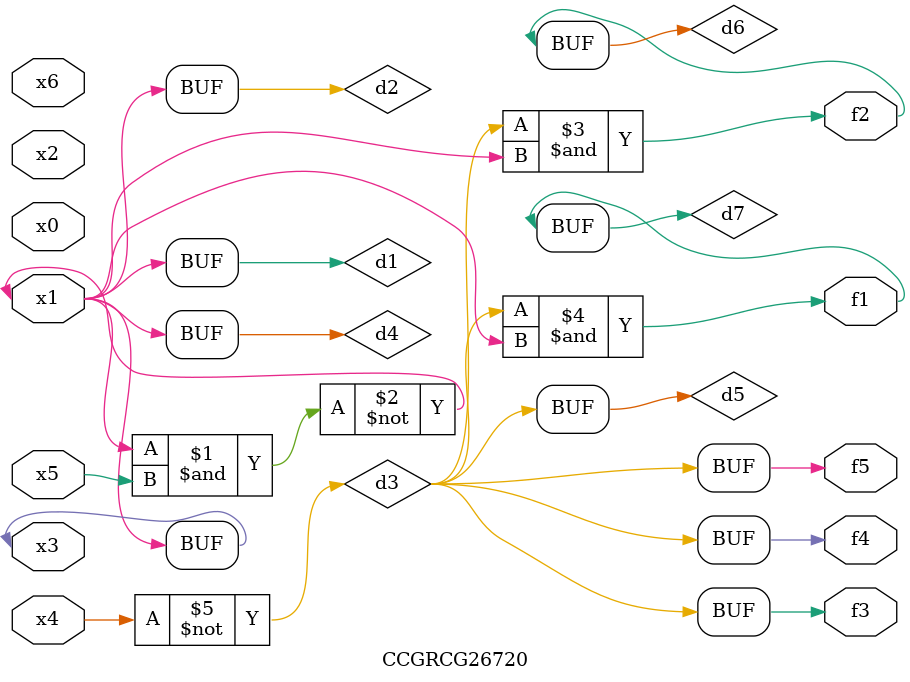
<source format=v>
module CCGRCG26720(
	input x0, x1, x2, x3, x4, x5, x6,
	output f1, f2, f3, f4, f5
);

	wire d1, d2, d3, d4, d5, d6, d7;

	buf (d1, x1, x3);
	nand (d2, x1, x5);
	not (d3, x4);
	buf (d4, d1, d2);
	buf (d5, d3);
	and (d6, d3, d4);
	and (d7, d3, d4);
	assign f1 = d7;
	assign f2 = d6;
	assign f3 = d5;
	assign f4 = d5;
	assign f5 = d5;
endmodule

</source>
